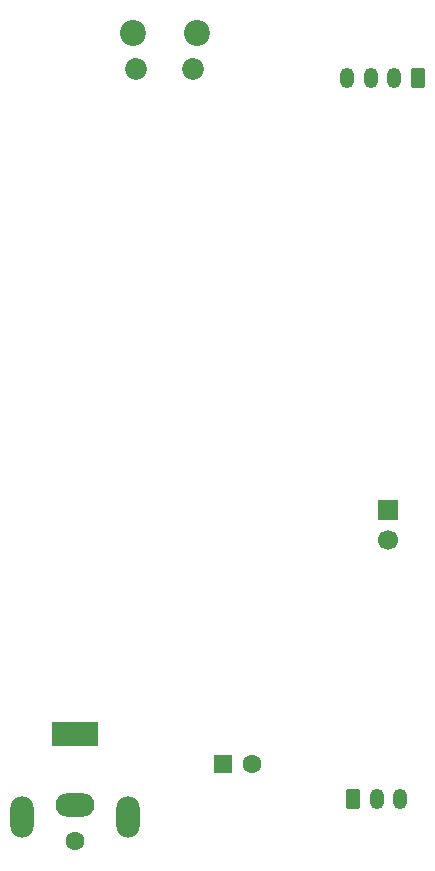
<source format=gbr>
%TF.GenerationSoftware,KiCad,Pcbnew,9.0.6-9.0.6~ubuntu22.04.1*%
%TF.CreationDate,2025-11-25T00:54:22+02:00*%
%TF.ProjectId,pico,7069636f-2e6b-4696-9361-645f70636258,1*%
%TF.SameCoordinates,Original*%
%TF.FileFunction,Soldermask,Bot*%
%TF.FilePolarity,Negative*%
%FSLAX46Y46*%
G04 Gerber Fmt 4.6, Leading zero omitted, Abs format (unit mm)*
G04 Created by KiCad (PCBNEW 9.0.6-9.0.6~ubuntu22.04.1) date 2025-11-25 00:54:22*
%MOMM*%
%LPD*%
G01*
G04 APERTURE LIST*
G04 Aperture macros list*
%AMRoundRect*
0 Rectangle with rounded corners*
0 $1 Rounding radius*
0 $2 $3 $4 $5 $6 $7 $8 $9 X,Y pos of 4 corners*
0 Add a 4 corners polygon primitive as box body*
4,1,4,$2,$3,$4,$5,$6,$7,$8,$9,$2,$3,0*
0 Add four circle primitives for the rounded corners*
1,1,$1+$1,$2,$3*
1,1,$1+$1,$4,$5*
1,1,$1+$1,$6,$7*
1,1,$1+$1,$8,$9*
0 Add four rect primitives between the rounded corners*
20,1,$1+$1,$2,$3,$4,$5,0*
20,1,$1+$1,$4,$5,$6,$7,0*
20,1,$1+$1,$6,$7,$8,$9,0*
20,1,$1+$1,$8,$9,$2,$3,0*%
G04 Aperture macros list end*
%ADD10RoundRect,0.250000X-0.550000X-0.550000X0.550000X-0.550000X0.550000X0.550000X-0.550000X0.550000X0*%
%ADD11C,1.600000*%
%ADD12C,1.700000*%
%ADD13R,1.700000X1.700000*%
%ADD14RoundRect,0.250000X0.350000X0.625000X-0.350000X0.625000X-0.350000X-0.625000X0.350000X-0.625000X0*%
%ADD15O,1.200000X1.750000*%
%ADD16RoundRect,0.250000X-0.350000X-0.625000X0.350000X-0.625000X0.350000X0.625000X-0.350000X0.625000X0*%
%ADD17C,2.200000*%
%ADD18C,1.850000*%
%ADD19R,4.000000X2.000000*%
%ADD20O,3.300000X2.000000*%
%ADD21O,2.000000X3.500000*%
G04 APERTURE END LIST*
D10*
%TO.C,C6*%
X120000000Y-115000000D03*
D11*
X122500000Y-115000000D03*
%TD*%
D12*
%TO.C,J4*%
X134000000Y-96040000D03*
D13*
X134000000Y-93500000D03*
%TD*%
D14*
%TO.C,J3*%
X136500000Y-56950000D03*
D15*
X134500000Y-56950000D03*
X132500000Y-56950000D03*
X130500000Y-56950000D03*
%TD*%
D16*
%TO.C,J2*%
X131000000Y-118000000D03*
D15*
X133000000Y-118000000D03*
X135000000Y-118000000D03*
%TD*%
D17*
%TO.C,A1*%
X112350000Y-53130000D03*
D18*
X112650000Y-56160000D03*
X117500000Y-56160000D03*
D17*
X117800000Y-53130000D03*
%TD*%
D11*
%TO.C,J1*%
X107500000Y-121500000D03*
D19*
X107500000Y-112500000D03*
D20*
X107500000Y-118500000D03*
D21*
X103000000Y-119500000D03*
X112000000Y-119500000D03*
%TD*%
M02*

</source>
